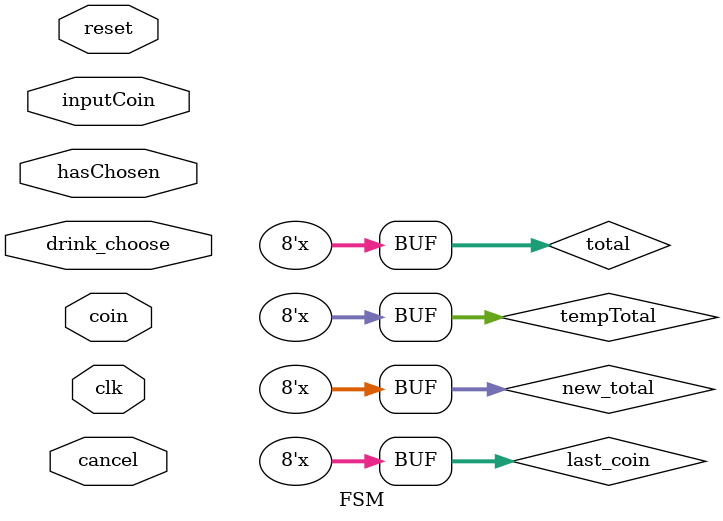
<source format=v>
module FSM( clk, reset, coin, drink_choose, cancel, inputCoin, hasChosen ) ;

input clk, reset, cancel, inputCoin, hasChosen ;
input [7:0] coin, drink_choose ;

reg [2:0] state ;
reg [2:0] next_state ;
reg [2:0] last_state ;
reg [7:0] total ; // 總金額
reg [7:0] new_total ; // 上一state的total
wire [7:0] tempTotal ;
reg [7:0] drink ; // drink_choose的另一個port 
reg done ; // 判斷加完這次的coin了沒
reg [7:0] last_coin ; // 上一個coin 尚未印出的coin
reg [7:0] print_coin ;  // 用來印coin的變數
reg enough ;
parameter tea = 8'd10,
          coke = 8'd15,
		  coffee = 8'd20,
		  milk = 8'd25;
		  
parameter 
		  S0 = 3'd0,
          S1 = 3'd1,
		  S2 = 3'd2,
		  S3 = 3'd3;
		  
assign tempTotal = new_total ;

always@( posedge clk ) begin
	if ( cancel ) begin
		total = tempTotal ;
		drink = total ;
		state = next_state ;
	end
	else if ( reset ) begin
		total = 0 ;
		drink = 0 ;
		state = S0 ;
		last_state = S0 ;
		next_state = S0 ;
		done = 0 ;// 判斷加完這次的coin了沒
		last_coin = -1 ;
		new_total = 0 ;
	end
	else begin
		state = next_state ;
		drink = drink_choose ;
		done = 0 ;// 判斷加完這次的coin了沒
		//last_coin <= coin ; // 要晚一round
		total = new_total ;
		//$display( "%d  (1). state: %d coin: %d, last_coin: %d, total : %d, new_total %d\n", $time/10, state, coin, total, last_coin, new_total );
	end
end

always@( state ) begin // 該state要做什麼事
	case( state ) 
		S0: begin 
				
				//$display( "%d  (2) coin: %d, total : %d\n", $time/10, coin, total );
				
			end
		S1: begin
				// 顯示可選擇的飲料有哪些
				if ( total >= milk ) $display( "tea | coke | coffee | milk\n" );
				else if ( total >= coffee ) $display( "tea | coke | coffee\n", );
				else if ( total >= coke ) $display( "tea | coke\n",  );
				else if ( total >= tea ) $display( "tea\n" );
				last_coin = coin ;
				//$display( "%d  (300) coin: %d	last_coin %d dollars", $time/10, coin, last_coin  ) ;
				total = new_total ;
		    end
		S2: begin 
				// 給飲料
				enough = 1 ;
				if ( drink_choose == tea && total >= tea ) $display( "tea out\n" );
				else if ( drink_choose == coke && total >= coke ) $display( "coke out\n" );
				else if ( drink_choose == coffee && total >= coffee ) $display( "coffee out\n" );
				else if ( drink_choose == milk && total >= milk ) $display( "milk out\n" );
				else begin // 選了 但錢不夠
					$display( "money is not enough" );	
					enough = 0 ;
				end
		    end
		S3: begin 
				// 找零
				if ( last_state == S0 || !enough ) begin
					$display( "enchange %d dollars\n", total );
					total = 0 ;
					new_total = total ;
				end
				
				else begin
					total = total - drink ;
					$display( "enchange %d dollars\n", total );
					total = 0 ;
					new_total = total ;
				end
		    end
			
	endcase
	
end
always@( state or coin or drink_choose or total or new_total ) begin // 決定下一個state
	
	case (state) 
		
		S0: begin 
				if ( last_coin == -1 ) last_coin = coin ;
				
				if ( last_state == S1 && !cancel ) begin 
					new_total = total + last_coin ; // 回來加錢
					print_coin = last_coin ;
					//$display("last_state: %d, IF! ", last_state ) ;
				end
				else if ( inputCoin && done == 0 ) begin// 有投錢 但尚未加coin
					//total = new_total ;
					new_total = total + coin ;
					done = 1 ;	// coin加完了
					print_coin = coin ;
					//$display("last_state: %d, else IF! ", last_state ) ;
				end
				else if ( done == 1 ) ;// 加完coin了
				else begin // 最開始沒投$的狀態
					new_total = total ;
					//$display("ELSE! ") ;
				end
				
				//$display( "%d  (4) new_total %d, total : %d, inputCoin: %d, done: %d\n",$time/10, new_total, total, inputCoin, done );
				
				last_state = S0 ;
				if ( cancel == 1 ) next_state = S3 ; // 如果取消 
				else if ( new_total >= tea ) next_state = S1 ; // 如果目前金額達飲料最低金額
				else next_state = S0 ; // 繼續投錢
				//$display( "%d  (5)  state: %d, next_state: %d\n", $time/10, state, next_state );
				if ( !cancel && inputCoin ) begin
					$display( "coin: %d, total: %d dollars\n", print_coin, new_total );
					//$display( "%d	coin: %d, total: %d dollars\n", $time/10, print_coin, new_total );
				end
			end
		S1: begin 
				total = new_total ;
				last_state = S1 ;
				if ( hasChosen ) begin
					if ( drink_choose > total ) begin
					    next_state = S0 ;
					end
					else begin
				        next_state = S2 ;
					end
				end
				else begin
				    next_state = S0 ;
			    end
				//$display( "%d  (5)  state: %d, next_state: %d\n", $time/10, state, next_state );
			end
		S2: begin
				last_state = S2;
				next_state = S3 ;
				//$display( "%d  (5)  state: %d, next_state: %d\n", $time/10, state, next_state );
			end
		S3: begin
				last_state = S3;
				next_state = S0 ;
				//$display( "%d  (5)  state: %d, next_state: %d\n", $time/10, state, next_state );
			end
	endcase
	
end
/*always@( state or coin or drink_choose or total or new_total ) begin // 決定下一個state
	
	case (state) 
		
		S0: begin 
				if ( last_coin == -1 ) last_coin = coin ;
				
				if ( last_state == S1 && !cancel ) begin 
					new_total = total + last_coin ; // 回來加錢
					print_coin = last_coin ;
					//$display("last_state: %d, IF! ", last_state ) ;
				end
				else if ( inputCoin && done == 0 ) begin// 有投錢 但尚未加coin
					//total = new_total ;
					new_total = total + coin ;
					done = 1 ;	// coin加完了
					print_coin = coin ;
					//$display("last_state: %d, else IF! ", last_state ) ;
				end
				else if ( done == 1 ) ;// 加完coin了
				else begin // 最開始沒投$的狀態
					new_total = total ;
					//$display("ELSE! ") ;
				end
				
				//$display( "%d  (4) new_total %d, total : %d, inputCoin: %d, done: %d\n",$time/10, new_total, total, inputCoin, done );
				
				last_state = S0 ;
				if ( cancel == 1 ) next_state = S3 ; // 如果取消 
				else if ( new_total >= tea ) next_state = S1 ; // 如果目前金額達飲料最低金額
				else next_state = S0 ; // 繼續投錢
				//$display( "%d  (5)  state: %d, next_state: %d\n", $time/10, state, next_state );
				if ( !cancel && inputCoin ) begin
					$display( "coin: %d, total: %d dollars\n", print_coin, new_total );
					//$display( "%d	coin: %d, total: %d dollars\n", $time/10, print_coin, new_total );
				end
			end
		S1: begin 
				total = new_total ;
				last_state = S1 ;
				if ( hasChosen ) next_state = S2 ;
				else next_state = S0 ;
				//$display( "%d  (5)  state: %d, next_state: %d\n", $time/10, state, next_state );
			end
		S2: begin
				last_state = S2;
				next_state = S3 ;
				//$display( "%d  (5)  state: %d, next_state: %d\n", $time/10, state, next_state );
			end
		S3: begin
				last_state = S3;
				next_state = S0 ;
				//$display( "%d  (5)  state: %d, next_state: %d\n", $time/10, state, next_state );
			end
	endcase
	
end
*/

always@(posedge inputCoin ) begin
	last_coin = coin ;


end
endmodule
</source>
